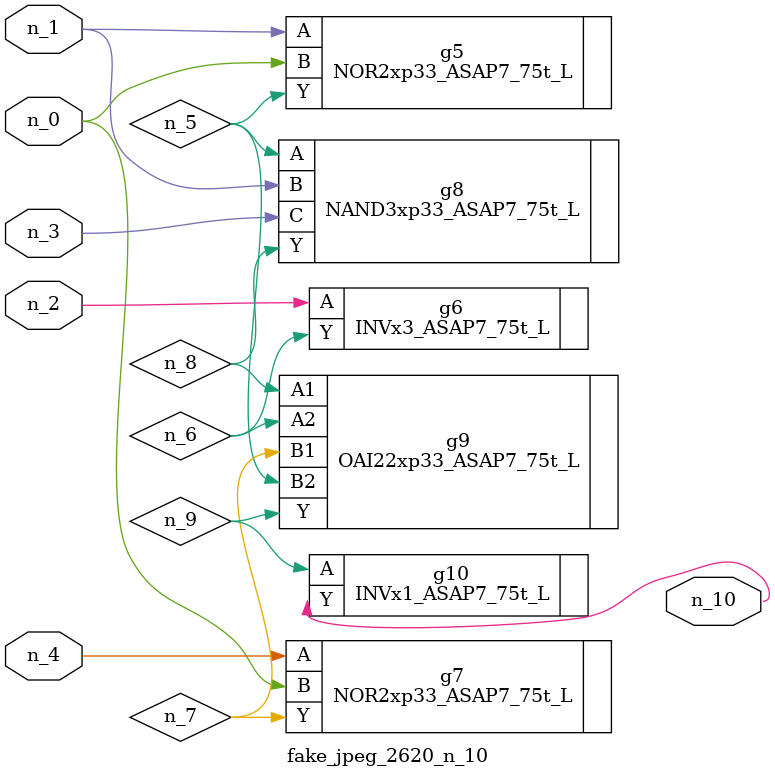
<source format=v>
module fake_jpeg_2620_n_10 (n_3, n_2, n_1, n_0, n_4, n_10);

input n_3;
input n_2;
input n_1;
input n_0;
input n_4;

output n_10;

wire n_8;
wire n_9;
wire n_6;
wire n_5;
wire n_7;

NOR2xp33_ASAP7_75t_L g5 ( 
.A(n_1),
.B(n_0),
.Y(n_5)
);

INVx3_ASAP7_75t_L g6 ( 
.A(n_2),
.Y(n_6)
);

NOR2xp33_ASAP7_75t_L g7 ( 
.A(n_4),
.B(n_0),
.Y(n_7)
);

NAND3xp33_ASAP7_75t_L g8 ( 
.A(n_5),
.B(n_1),
.C(n_3),
.Y(n_8)
);

OAI22xp33_ASAP7_75t_L g9 ( 
.A1(n_8),
.A2(n_6),
.B1(n_7),
.B2(n_5),
.Y(n_9)
);

INVx1_ASAP7_75t_L g10 ( 
.A(n_9),
.Y(n_10)
);


endmodule
</source>
